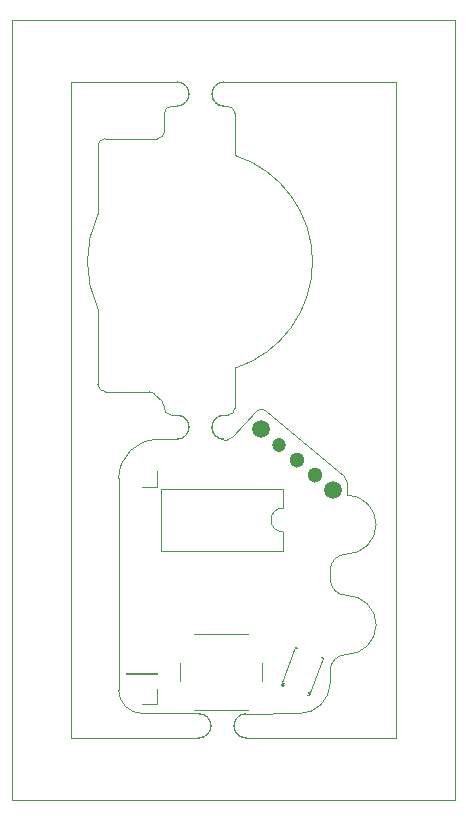
<source format=gbr>
%TF.GenerationSoftware,KiCad,Pcbnew,8.0.2-1*%
%TF.CreationDate,2024-07-30T22:04:44-07:00*%
%TF.ProjectId,tamagotchi_panel_rounded,74616d61-676f-4746-9368-695f70616e65,rev?*%
%TF.SameCoordinates,Original*%
%TF.FileFunction,Legend,Top*%
%TF.FilePolarity,Positive*%
%FSLAX46Y46*%
G04 Gerber Fmt 4.6, Leading zero omitted, Abs format (unit mm)*
G04 Created by KiCad (PCBNEW 8.0.2-1) date 2024-07-30 22:04:44*
%MOMM*%
%LPD*%
G01*
G04 APERTURE LIST*
%ADD10C,0.120000*%
%ADD11C,0.100000*%
%ADD12C,1.300000*%
%ADD13C,1.200000*%
%ADD14C,1.500000*%
%TA.AperFunction,Profile*%
%ADD15C,0.100000*%
%TD*%
G04 APERTURE END LIST*
D10*
%TO.C,U1*%
X30670077Y-53143079D02*
X30670077Y-58443079D01*
X30670077Y-58443079D02*
X40950077Y-58443079D01*
X40950077Y-53143079D02*
X30670077Y-53143079D01*
X40950077Y-54793079D02*
X40950077Y-53143079D01*
X40950077Y-58443079D02*
X40950077Y-56793079D01*
X40950077Y-56793079D02*
G75*
G02*
X40950077Y-54793079I0J1000000D01*
G01*
D11*
%TO.C,mouse-bite-2mm-slot*%
X31979151Y-46943784D02*
G75*
G02*
X31979151Y-48943784I0J-1000000D01*
G01*
X35979151Y-48943784D02*
G75*
G02*
X35979151Y-46943784I0J1000000D01*
G01*
D10*
%TO.C,SW1*%
X32218713Y-67923675D02*
X32218713Y-69423675D01*
X33468713Y-71923675D02*
X37968713Y-71923675D01*
X37968713Y-65423675D02*
X33468713Y-65423675D01*
X39218713Y-69423675D02*
X39218713Y-67923675D01*
D11*
%TO.C,mouse-bite-2mm-slot*%
X31978006Y-18735519D02*
G75*
G02*
X31978006Y-20735519I0J-1000000D01*
G01*
X35978006Y-20735519D02*
G75*
G02*
X35978006Y-18735519I0J1000000D01*
G01*
X33843006Y-72226415D02*
G75*
G02*
X33843006Y-74226415I0J-1000000D01*
G01*
X37843006Y-74226415D02*
G75*
G02*
X37843006Y-72226415I0J1000000D01*
G01*
D10*
%TO.C,J3*%
X30323960Y-51683079D02*
X30323960Y-53013079D01*
X30323960Y-53013079D02*
X28993960Y-53013079D01*
%TO.C,J2*%
X27663960Y-68813079D02*
X27663960Y-68753079D01*
X30323960Y-68753079D02*
X27663960Y-68753079D01*
X30323960Y-68813079D02*
X27663960Y-68813079D01*
X30323960Y-68813079D02*
X30323960Y-68753079D01*
X30323960Y-70083079D02*
X30323960Y-71413079D01*
X30323960Y-71413079D02*
X28993960Y-71413079D01*
%TO.C,D1*%
X40808340Y-69798852D02*
X40977486Y-69860416D01*
X40808340Y-69798852D02*
X41978050Y-66585104D01*
X40849384Y-69686089D02*
X41018529Y-69747653D01*
X40890426Y-69573326D02*
X41059571Y-69634890D01*
X41978050Y-66585104D02*
X42133100Y-66641537D01*
X43007222Y-70599180D02*
X43176367Y-70660743D01*
X43048265Y-70486415D02*
X43217409Y-70547980D01*
X43089307Y-70373653D02*
X43258452Y-70435217D01*
X43176367Y-70660743D02*
X44346076Y-67446994D01*
X44191026Y-67390561D02*
X44346076Y-67446994D01*
%TD*%
D12*
%TO.C,SW2*%
X43704199Y-51996982D03*
D13*
X40640021Y-49425832D03*
D12*
X42172110Y-50711407D03*
D14*
X45236288Y-53282557D03*
X39107932Y-48140256D03*
%TD*%
D15*
X31976504Y-18693512D02*
G75*
G02*
X31977224Y-20775888I696J-1041188D01*
G01*
X17994496Y-13500000D02*
X55494496Y-13500000D01*
X55494496Y-79500000D01*
X17994496Y-79500000D01*
X17994496Y-13500000D01*
X46135992Y-52103264D02*
G75*
G02*
X46350095Y-52562712I-385892J-459436D01*
G01*
X44950077Y-68583079D02*
G75*
G02*
X46350077Y-67183077I1400023J-21D01*
G01*
X27050077Y-67383079D02*
X27050077Y-52283079D01*
X25900000Y-44928268D02*
G75*
G02*
X25299932Y-44328268I0J600068D01*
G01*
X36287028Y-20782683D02*
G75*
G02*
X36892542Y-21382658I5472J-600017D01*
G01*
X44950077Y-60083079D02*
G75*
G02*
X46350077Y-58683077I1400023J-21D01*
G01*
X46350077Y-53683079D02*
X46350095Y-52562712D01*
X38709268Y-46611441D02*
G75*
G02*
X39535598Y-46559459I440432J-407459D01*
G01*
X30350077Y-48983079D02*
X31978369Y-48984165D01*
X46135992Y-52103264D02*
X39535638Y-46559412D01*
X46350077Y-53683079D02*
G75*
G02*
X46350077Y-58683081I3J-2500001D01*
G01*
X30921404Y-21373650D02*
G75*
G02*
X31515490Y-20773533I599996J150D01*
G01*
X27050077Y-52283079D02*
G75*
G02*
X30350077Y-48983077I3300003J-1D01*
G01*
X30716824Y-45752640D02*
X30068188Y-45104004D01*
X29643924Y-44928268D02*
X25900000Y-44928268D01*
X25300000Y-24119795D02*
G75*
G02*
X25900404Y-23519800I600000J-5D01*
G01*
X27050077Y-67383079D02*
X27050077Y-70183079D01*
X50494496Y-18701499D02*
X50500000Y-74276461D01*
X25300000Y-37935576D02*
G75*
G02*
X25300000Y-29901804I8557550J4016886D01*
G01*
X38709268Y-46611441D02*
X36680998Y-48804314D01*
X29643924Y-44928268D02*
G75*
G02*
X30068183Y-45104009I-24J-600032D01*
G01*
X31977649Y-46901777D02*
X31492749Y-46901886D01*
X31492749Y-46901886D02*
G75*
G02*
X30892614Y-46302147I-149J599986D01*
G01*
X44950077Y-60783079D02*
X44950077Y-60083079D01*
X36294383Y-46910916D02*
X35972389Y-46911408D01*
X46350077Y-62183079D02*
G75*
G02*
X46350077Y-67183081I3J-2500001D01*
G01*
X33841504Y-72184408D02*
X29050077Y-72183079D01*
X25300000Y-29901804D02*
X25300000Y-24119795D01*
X35973109Y-48993796D02*
X36233460Y-48996862D01*
X44950077Y-68583079D02*
X44957272Y-69584983D01*
X31977679Y-20768983D02*
X31515490Y-20773539D01*
X35973109Y-48993796D02*
G75*
G02*
X35972389Y-46911404I-749J1041196D01*
G01*
X44957272Y-69584983D02*
G75*
G02*
X42357272Y-72184982I-2600012J13D01*
G01*
X36287028Y-20782683D02*
X35971964Y-20785531D01*
X23000000Y-74266762D02*
X22994496Y-18691800D01*
X36892452Y-24928268D02*
G75*
G02*
X36899334Y-42949639I-2894112J-9011792D01*
G01*
X35971244Y-18703143D02*
X50494496Y-18701499D01*
X30892614Y-46302147D02*
X30892560Y-46176644D01*
X36893466Y-46311964D02*
G75*
G02*
X36294383Y-46910966I-600066J1064D01*
G01*
X30716824Y-45752640D02*
G75*
G02*
X30892569Y-46176644I-424224J-424260D01*
G01*
X37836964Y-74276427D02*
X50500000Y-74276461D01*
X37836964Y-74276427D02*
G75*
G02*
X37836244Y-72194033I-704J1041197D01*
G01*
X37836244Y-72194039D02*
X42357272Y-72184983D01*
X31976504Y-18693512D02*
X22994496Y-18691800D01*
X30921766Y-22921550D02*
G75*
G02*
X30321362Y-23521666I-599966J-150D01*
G01*
X36892452Y-21382658D02*
X36892452Y-24928268D01*
X30921766Y-22921550D02*
X30921404Y-21373650D01*
X30321362Y-23521690D02*
X25900404Y-23519796D01*
X46350077Y-62183079D02*
G75*
G02*
X44950121Y-60783079I23J1399979D01*
G01*
X35971964Y-20785531D02*
G75*
G02*
X35971244Y-18703149I-694J1041191D01*
G01*
X33841504Y-72184408D02*
G75*
G02*
X33842224Y-74266792I696J-1041192D01*
G01*
X36899333Y-42949637D02*
X36893466Y-46311964D01*
X36680998Y-48804314D02*
G75*
G02*
X36233460Y-48996879I-440498J407414D01*
G01*
X25300000Y-44328268D02*
X25300000Y-37935576D01*
X29050077Y-72183079D02*
G75*
G02*
X27050121Y-70183079I23J1999979D01*
G01*
X31977649Y-46901777D02*
G75*
G02*
X31978369Y-48984163I701J-1041193D01*
G01*
X33842224Y-74266796D02*
X23000000Y-74266762D01*
M02*

</source>
